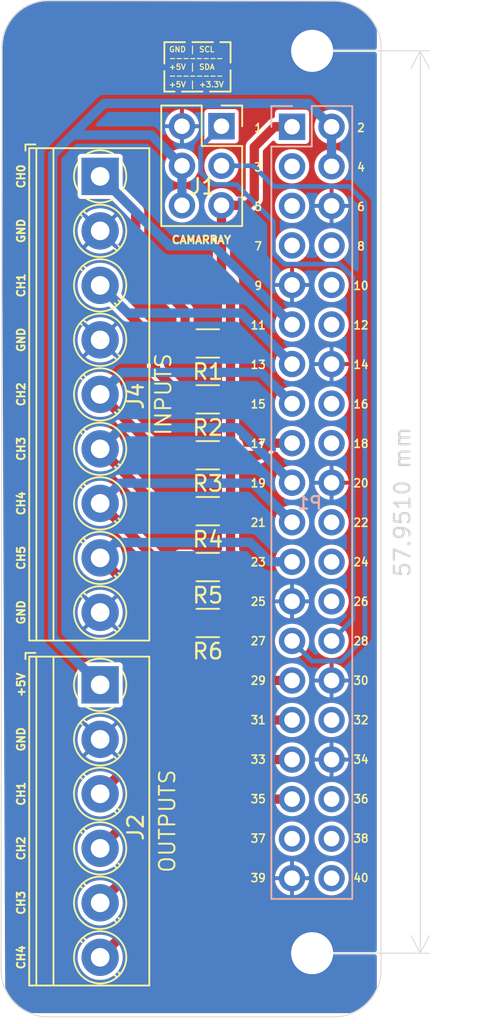
<source format=kicad_pcb>
(kicad_pcb (version 20221018) (generator pcbnew)
  (title_block (title "HAT JETSON NANO CAMERA CLASSIFIER") (date "2023-07-26") (rev "Manuel Henao") (company "CONSTRUPLAST"))
  (layers (0 "F.Cu" signal) (31 "B.Cu" signal) (34 "B.Paste" user) (35 "F.Paste" user) (36 "B.SilkS" user "B.Silkscreen") (37 "F.SilkS" user "F.Silkscreen") (38 "B.Mask" user) (39 "F.Mask" user) (44 "Edge.Cuts" user))
  (net 0 "")
  (net 1 "GND")
  (net 2 "/GPIO2{slash}SDA1")
  (net 3 "/GPIO3{slash}SCL1")
  (net 4 "+3.3V")
  (net 5 "/GPIO14{slash}TXD0")
  (net 6 "/GPIO15{slash}RXD0")
  (net 7 "SDA(CAMARRAY)")
  (net 8 "/GPIO18{slash}PCM.CLK")
  (net 9 "SCL(CAMARRAY)")
  (net 10 "GPIO6(GOOD)")
  (net 11 "/GPIO23")
  (net 12 "/GPIO24")
  (net 13 "GPIO7(WARNING)")
  (net 14 "GPIO8(FAILURE)")
  (net 15 "/GPIO25")
  (net 16 "/GPIO8{slash}SPI0.CE0")
  (net 17 "/GPIO7{slash}SPI0.CE1")
  (net 18 "GPIO9(EMPTY)")
  (net 19 "/GPIO12{slash}PWM0")
  (net 20 "/GPIO16")
  (net 21 "/GPIO26")
  (net 22 "/GPIO20{slash}PCM.DIN")
  (net 23 "/GPIO21{slash}PCM.DOUT")
  (net 24 "+5V")
  (net 25 "BTN0.1")
  (net 26 "BTN1.1")
  (net 27 "BTN2.1")
  (net 28 "BTN3.1")
  (net 29 "BTN4.1")
  (net 30 "BTN5.1")
  (net 31 "/GPIO4{slash}GPCLK0")
  (footprint "MountingHole:MountingHole_2.7mm_M2.5" (layer "F.Cu") (at 124.875 38.024)
    (fp_text reference "MK1" hide)
    (fp_text value "M2.5")
    (pad "" np_thru_hole circle (at 0 0) (size 2.7 2.7) (drill 2.7) (layers "*.Cu" "*.Mask"))
  )
  (footprint "MountingHole:MountingHole_2.7mm_M2.5" (layer "F.Cu") (at 124.875 95.975)
    (fp_text reference "MK2" hide)
    (fp_text value "M2.5")
    (pad "" np_thru_hole circle (at 0 0) (size 2.7 2.7) (drill 2.7) (layers "*.Cu" "*.Mask"))
  )
  (footprint "Resistor_SMD:R_1206_3216Metric" (layer "F.Cu") (at 118.1715 71.17738 180)
    (fp_text reference "R5" (at 0 -1.82) (layer "F.SilkS"))
    (fp_text value "1K ~ 10K")
    (fp_line (start -0.727064 -0.91) (end 0.727064 -0.91) (stroke (width 0.12)) (layer "F.SilkS"))
    (fp_line (start -0.727064 0.91) (end 0.727064 0.91) (stroke (width 0.12)) (layer "F.SilkS"))
    (pad "1" smd roundrect (at -1.4625 0 180) (size 1.125 1.75) (layers "F.Cu" "F.Paste" "F.Mask") (roundrect_rratio 0.222222) (net 4 "+3.3V"))
    (pad "2" smd roundrect (at 1.4625 0 180) (size 1.125 1.75) (layers "F.Cu" "F.Paste" "F.Mask") (roundrect_rratio 0.222222) (net 29 "BTN4.1"))
  )
  (footprint "TerminalBlock_Phoenix:TerminalBlock_Phoenix_PT-1,5-9-3.5-H_1x09_P3.50mm_Horizontal" (layer "F.Cu") (at 111.252 46.086 -90)
    (fp_text reference "J4" (at 14.112 -2.286 -90) (layer "F.SilkS"))
    (fp_text value "INPUTS")
    (fp_line (start -2.05 4.16) (end -2.05 4.8) (stroke (width 0.12)) (layer "F.SilkS"))
    (fp_line (start -2.05 4.8) (end -1.65 4.8) (stroke (width 0.12)) (layer "F.SilkS"))
    (fp_line (start -1.81 -3.16) (end -1.81 4.56) (stroke (width 0.12)) (layer "F.SilkS"))
    (fp_line (start -1.81 -3.16) (end 29.81 -3.16) (stroke (width 0.12)) (layer "F.SilkS"))
    (fp_line (start -1.81 3) (end 29.81 3) (stroke (width 0.12)) (layer "F.SilkS"))
    (fp_line (start -1.81 4.1) (end 29.81 4.1) (stroke (width 0.12)) (layer "F.SilkS"))
    (fp_line (start -1.81 4.56) (end 29.81 4.56) (stroke (width 0.12)) (layer "F.SilkS"))
    (fp_line (start 2.355 0.941) (end 2.226 1.069) (stroke (width 0.12)) (layer "F.SilkS"))
    (fp_line (start 2.525 1.181) (end 2.431 1.274) (stroke (width 0.12)) (layer "F.SilkS"))
    (fp_line (start 4.57 -1.275) (end 4.476 -1.181) (stroke (width 0.12)) (layer "F.SilkS"))
    (fp_line (start 4.775 -1.069) (end 4.646 -0.941) (stroke (width 0.12)) (layer "F.SilkS"))
    (fp_line (start 5.855 0.941) (end 5.726 1.069) (stroke (width 0.12)) (layer "F.SilkS"))
    (fp_line (start 6.025 1.181) (end 5.931 1.274) (stroke (width 0.12)) (layer "F.SilkS"))
    (fp_line (start 8.07 -1.275) (end 7.976 -1.181) (stroke (width 0.12)) (layer "F.SilkS"))
    (fp_line (start 8.275 -1.069) (end 8.146 -0.941) (stroke (width 0.12)) (layer "F.SilkS"))
    (fp_line (start 9.355 0.941) (end 9.226 1.069) (stroke (width 0.12)) (layer "F.SilkS"))
    (fp_line (start 9.525 1.181) (end 9.431 1.274) (stroke (width 0.12)) (layer "F.SilkS"))
    (fp_line (start 11.57 -1.275) (end 11.476 -1.181) (stroke (width 0.12)) (layer "F.SilkS"))
    (fp_line (start 11.775 -1.069) (end 11.646 -0.941) (stroke (width 0.12)) (layer "F.SilkS"))
    (fp_line (start 12.855 0.941) (end 12.726 1.069) (stroke (width 0.12)) (layer "F.SilkS"))
    (fp_line (start 13.025 1.181) (end 12.931 1.274) (stroke (width 0.12)) (layer "F.SilkS"))
    (fp_line (start 15.07 -1.275) (end 14.976 -1.181) (stroke (width 0.12)) (layer "F.SilkS"))
    (fp_line (start 15.275 -1.069) (end 15.146 -0.941) (stroke (width 0.12)) (layer "F.SilkS"))
    (fp_line (start 16.355 0.941) (end 16.226 1.069) (stroke (width 0.12)) (layer "F.SilkS"))
    (fp_line (start 16.525 1.181) (end 16.431 1.274) (stroke (width 0.12)) (layer "F.SilkS"))
    (fp_line (start 18.57 -1.275) (end 18.476 -1.181) (stroke (width 0.12)) (layer "F.SilkS"))
    (fp_line (start 18.775 -1.069) (end 18.646 -0.941) (stroke (width 0.12)) (layer "F.SilkS"))
    (fp_line (start 19.855 0.941) (end 19.726 1.069) (stroke (width 0.12)) (layer "F.SilkS"))
    (fp_line (start 20.025 1.181) (end 19.931 1.274) (stroke (width 0.12)) (layer "F.SilkS"))
    (fp_line (start 22.07 -1.275) (end 21.976 -1.181) (stroke (width 0.12)) (layer "F.SilkS"))
    (fp_line (start 22.275 -1.069) (end 22.146 -0.941) (stroke (width 0.12)) (layer "F.SilkS"))
    (fp_line (start 23.355 0.941) (end 23.226 1.069) (stroke (width 0.12)) (layer "F.SilkS"))
    (fp_line (start 23.525 1.181) (end 23.431 1.274) (stroke (width 0.12)) (layer "F.SilkS"))
    (fp_line (start 25.57 -1.275) (end 25.476 -1.181) (stroke (width 0.12)) (layer "F.SilkS"))
    (fp_line (start 25.775 -1.069) (end 25.646 -0.941) (stroke (width 0.12)) (layer "F.SilkS"))
    (fp_line (start 26.855 0.941) (end 26.726 1.069) (stroke (width 0.12)) (layer "F.SilkS"))
    (fp_line (start 27.025 1.181) (end 26.931 1.274) (stroke (width 0.12)) (layer "F.SilkS"))
    (fp_line (start 29.07 -1.275) (end 28.976 -1.181) (stroke (width 0.12)) (layer "F.SilkS"))
    (fp_line (start 29.275 -1.069) (end 29.146 -0.941) (stroke (width 0.12)) (layer "F.SilkS"))
    (fp_line (start 29.81 -3.16) (end 29.81 4.56) (stroke (width 0.12)) (layer "F.SilkS"))
    (fp_arc (start -1.425358 0.889894) (mid -1.680286 0.014012) (end -1.44 -0.866) (stroke (width 0.12)) (layer "F.SilkS"))
    (fp_arc (start -0.889894 -1.425358) (mid -0.014012 -1.680286) (end 0.866 -1.44) (stroke (width 0.12)) (layer "F.SilkS"))
    (fp_arc (start 0.028674 1.680099) (mid -0.435535 1.622918) (end -0.866 1.44) (stroke (width 0.12)) (layer "F.SilkS"))
    (fp_arc (start 0.890264 1.424721) (mid 0.463071 1.61492) (end 0 1.68) (stroke (width 0.12)) (layer "F.SilkS"))
    (fp_arc (start 1.425504 -0.890193) (mid 1.680626 0.000476) (end 1.425 0.891) (stroke (width 0.12)) (layer "F.SilkS"))
    (fp_circle (center 3.5 0) (end 5.18 0) (stroke (width 0.12)) (fill none) (layer "F.SilkS"))
    (fp_circle (center 7 0) (end 8.68 0) (stroke (width 0.12)) (fill none) (layer "F.SilkS"))
    (fp_circle (center 10.5 0) (end 12.18 0) (stroke (width 0.12)) (fill none) (layer "F.SilkS"))
    (fp_circle (center 14 0) (end 15.68 0) (stroke (width 0.12)) (fill none) (layer "F.SilkS"))
    (fp_circle (center 17.5 0) (end 19.18 0) (stroke (width 0.12)) (fill none) (layer "F.SilkS"))
    (fp_circle (center 21 0) (end 22.68 0) (stroke (width 0.12)) (fill none) (layer "F.SilkS"))
    (fp_circle (center 24.5 0) (end 26.18 0) (stroke (width 0.12)) (fill none) (layer "F.SilkS"))
    (fp_circle (center 28 0) (end 29.68 0) (stroke (width 0.12)) (fill none) (layer "F.SilkS"))
    (pad "1" thru_hole rect (at 0 0 270) (size 2.4 2.4) (drill 1.2) (layers "*.Cu" "*.Mask") (net 25 "BTN0.1"))
    (pad "2" thru_hole circle (at 3.5 0 270) (size 2.4 2.4) (drill 1.2) (layers "*.Cu" "*.Mask") (net 1 "GND"))
    (pad "3" thru_hole circle (at 7 0 270) (size 2.4 2.4) (drill 1.2) (layers "*.Cu" "*.Mask") (net 26 "BTN1.1"))
    (pad "4" thru_hole circle (at 10.5 0 270) (size 2.4 2.4) (drill 1.2) (layers "*.Cu" "*.Mask") (net 1 "GND"))
    (pad "5" thru_hole circle (at 14 0 270) (size 2.4 2.4) (drill 1.2) (layers "*.Cu" "*.Mask") (net 27 "BTN2.1"))
    (pad "6" thru_hole circle (at 17.5 0 270) (size 2.4 2.4) (drill 1.2) (layers "*.Cu" "*.Mask") (net 28 "BTN3.1"))
    (pad "7" thru_hole circle (at 21 0 270) (size 2.4 2.4) (drill 1.2) (layers "*.Cu" "*.Mask") (net 29 "BTN4.1"))
    (pad "8" thru_hole circle (at 24.5 0 270) (size 2.4 2.4) (drill 1.2) (layers "*.Cu" "*.Mask") (net 30 "BTN5.1"))
    (pad "9" thru_hole circle (at 28 0 270) (size 2.4 2.4) (drill 1.2) (layers "*.Cu" "*.Mask") (net 1 "GND"))
  )
  (footprint "Resistor_SMD:R_1206_3216Metric" (layer "F.Cu") (at 118.1715 74.768 180)
    (fp_text reference "R6" (at 0 -1.82) (layer "F.SilkS"))
    (fp_text value "1K ~ 10K")
    (fp_line (start -0.727064 -0.91) (end 0.727064 -0.91) (stroke (width 0.12)) (layer "F.SilkS"))
    (fp_line (start -0.727064 0.91) (end 0.727064 0.91) (stroke (width 0.12)) (layer "F.SilkS"))
    (pad "1" smd roundrect (at -1.4625 0 180) (size 1.125 1.75) (layers "F.Cu" "F.Paste" "F.Mask") (roundrect_rratio 0.222222) (net 4 "+3.3V"))
    (pad "2" smd roundrect (at 1.4625 0 180) (size 1.125 1.75) (layers "F.Cu" "F.Paste" "F.Mask") (roundrect_rratio 0.222222) (net 30 "BTN5.1"))
  )
  (footprint "Resistor_SMD:R_1206_3216Metric" (layer "F.Cu") (at 118.1715 56.8149 180)
    (fp_text reference "R1" (at 0 -1.82) (layer "F.SilkS"))
    (fp_text value "1K ~ 10K")
    (fp_line (start -0.727064 -0.91) (end 0.727064 -0.91) (stroke (width 0.12)) (layer "F.SilkS"))
    (fp_line (start -0.727064 0.91) (end 0.727064 0.91) (stroke (width 0.12)) (layer "F.SilkS"))
    (pad "1" smd roundrect (at -1.4625 0 180) (size 1.125 1.75) (layers "F.Cu" "F.Paste" "F.Mask") (roundrect_rratio 0.222222) (net 4 "+3.3V"))
    (pad "2" smd roundrect (at 1.4625 0 180) (size 1.125 1.75) (layers "F.Cu" "F.Paste" "F.Mask") (roundrect_rratio 0.222222) (net 25 "BTN0.1"))
  )
  (footprint "TerminalBlock_Phoenix:TerminalBlock_Phoenix_PT-1,5-6-3.5-H_1x06_P3.50mm_Horizontal" (layer "F.Cu") (at 111.252 78.74 -90)
    (fp_text reference "J2" (at 9.144 -2.286 -90) (layer "F.SilkS"))
    (fp_text value "OUTPUTS")
    (fp_line (start -2.05 4.16) (end -2.05 4.8) (stroke (width 0.12)) (layer "F.SilkS"))
    (fp_line (start -2.05 4.8) (end -1.65 4.8) (stroke (width 0.12)) (layer "F.SilkS"))
    (fp_line (start -1.81 -3.16) (end -1.81 4.56) (stroke (width 0.12)) (layer "F.SilkS"))
    (fp_line (start -1.81 -3.16) (end 19.311 -3.16) (stroke (width 0.12)) (layer "F.SilkS"))
    (fp_line (start -1.81 3) (end 19.311 3) (stroke (width 0.12)) (layer "F.SilkS"))
    (fp_line (start -1.81 4.1) (end 19.311 4.1) (stroke (width 0.12)) (layer "F.SilkS"))
    (fp_line (start -1.81 4.56) (end 19.311 4.56) (stroke (width 0.12)) (layer "F.SilkS"))
    (fp_line (start 2.355 0.941) (end 2.226 1.069) (stroke (width 0.12)) (layer "F.SilkS"))
    (fp_line (start 2.525 1.181) (end 2.431 1.274) (stroke (width 0.12)) (layer "F.SilkS"))
    (fp_line (start 4.57 -1.275) (end 4.476 -1.181) (stroke (width 0.12)) (layer "F.SilkS"))
    (fp_line (start 4.775 -1.069) (end 4.646 -0.941) (stroke (width 0.12)) (layer "F.SilkS"))
    (fp_line (start 5.855 0.941) (end 5.726 1.069) (stroke (width 0.12)) (layer "F.SilkS"))
    (fp_line (start 6.025 1.181) (end 5.931 1.274) (stroke (width 0.12)) (layer "F.SilkS"))
    (fp_line (start 8.07 -1.275) (end 7.976 -1.181) (stroke (width 0.12)) (layer "F.SilkS"))
    (fp_line (start 8.275 -1.069) (end 8.146 -0.941) (stroke (width 0.12)) (layer "F.SilkS"))
    (fp_line (start 9.355 0.941) (end 9.226 1.069) (stroke (width 0.12)) (layer "F.SilkS"))
    (fp_line (start 9.525 1.181) (end 9.431 1.274) (stroke (width 0.12)) (layer "F.SilkS"))
    (fp_line (start 11.57 -1.275) (end 11.476 -1.181) (stroke (width 0.12)) (layer "F.SilkS"))
    (fp_line (start 11.775 -1.069) (end 11.646 -0.941) (stroke (width 0.12)) (layer "F.SilkS"))
    (fp_line (start 12.855 0.941) (end 12.726 1.069) (stroke (width 0.12)) (layer "F.SilkS"))
    (fp_line (start 13.025 1.181) (end 12.931 1.274) (stroke (width 0.12)) (layer "F.SilkS"))
    (fp_line (start 15.07 -1.275) (end 14.976 -1.181) (stroke (width 0.12)) (layer "F.SilkS"))
    (fp_line (start 15.275 -1.069) (end 15.146 -0.941) (stroke (width 0.12)) (layer "F.SilkS"))
    (fp_line (start 16.355 0.941) (end 16.226 1.069) (stroke (width 0.12)) (layer "F.SilkS"))
    (fp_line (start 16.525 1.181) (end 16.431 1.274) (stroke (width 0.12)) (layer "F.SilkS"))
    (fp_line (start 18.57 -1.275) (end 18.476 -1.181) (stroke (width 0.12)) (layer "F.SilkS"))
    (fp_line (start 18.775 -1.069) (end 18.646 -0.941) (stroke (width 0.12)) (layer "F.SilkS"))
    (fp_line (start 19.311 -3.16) (end 19.311 4.56) (stroke (width 0.12)) (layer "F.SilkS"))
    (fp_arc (start -1.425358 0.889894) (mid -1.680286 0.014012) (end -1.44 -0.866) (stroke (width 0.12)) (layer "F.SilkS"))
    (fp_arc (start -0.889894 -1.425358) (mid -0.014012 -1.680286) (end 0.866 -1.44) (stroke (width 0.12)) (layer "F.SilkS"))
    (fp_arc (start 0.028674 1.680099) (mid -0.435535 1.622918) (end -0.866 1.44) (stroke (width 0.12)) (layer "F.SilkS"))
    (fp_arc (start 0.890264 1.424721) (mid 0.463071 1.61492) (end 0 1.68) (stroke (width 0.12)) (layer "F.SilkS"))
    (fp_arc (start 1.425504 -0.890193) (mid 1.680626 0.000476) (end 1.425 0.891) (stroke (width 0.12)) (layer "F.SilkS"))
    (fp_circle (center 3.5 0) (end 5.18 0) (stroke (width 0.12)) (fill none) (layer "F.SilkS"))
    (fp_circle (center 7 0) (end 8.68 0) (stroke (width 0.12)) (fill none) (layer "F.SilkS"))
    (fp_circle (center 10.5 0) (end 12.18 0) (stroke (width 0.12)) (fill none) (layer "F.SilkS"))
    (fp_circle (center 14 0) (end 15.68 0) (stroke (width 0.12)) (fill none) (layer "F.SilkS"))
    (fp_circle (center 17.5 0) (end 19.18 0) (stroke (width 0.12)) (fill none) (layer "F.SilkS"))
    (pad "1" thru_hole rect (at 0 0 270) (size 2.4 2.4) (drill 1.2) (layers "*.Cu" "*.Mask") (net 24 "+5V"))
    (pad "2" thru_hole circle (at 3.5 0 270) (size 2.4 2.4) (drill 1.2) (layers "*.Cu" "*.Mask") (net 1 "GND"))
    (pad "3" thru_hole circle (at 7 0 270) (size 2.4 2.4) (drill 1.2) (layers "*.Cu" "*.Mask") (net 10 "GPIO6(GOOD)"))
    (pad "4" thru_hole circle (at 10.5 0 270) (size 2.4 2.4) (drill 1.2) (layers "*.Cu" "*.Mask") (net 13 "GPIO7(WARNING)"))
    (pad "5" thru_hole circle (at 14 0 270) (size 2.4 2.4) (drill 1.2) (layers "*.Cu" "*.Mask") (net 14 "GPIO8(FAILURE)"))
    (pad "6" thru_hole circle (at 17.5 0 270) (size 2.4 2.4) (drill 1.2) (layers "*.Cu" "*.Mask") (net 18 "GPIO9(EMPTY)"))
  )
  (footprint "Connector_PinSocket_2.54mm:PinSocket_2x03_P2.54mm_Vertical" (layer "F.Cu") (at 119.05 42.865)
    (fp_text reference "J1" (at -1.194 3.871) (layer "F.SilkS"))
    (fp_text value "CAMARRAY")
    (fp_line (start -3.87 -1.33) (end -3.87 6.41) (stroke (width 0.12)) (layer "F.SilkS"))
    (fp_line (start -3.87 -1.33) (end -1.27 -1.33) (stroke (width 0.12)) (layer "F.SilkS"))
    (fp_line (start -3.87 6.41) (end 1.33 6.41) (stroke (width 0.12)) (layer "F.SilkS"))
    (fp_line (start -1.27 -1.33) (end -1.27 1.27) (stroke (width 0.12)) (layer "F.SilkS"))
    (fp_line (start -1.27 1.27) (end 1.33 1.27) (stroke (width 0.12)) (layer "F.SilkS"))
    (fp_line (start 0 -1.33) (end 1.33 -1.33) (stroke (width 0.12)) (layer "F.SilkS"))
    (fp_line (start 1.33 -1.33) (end 1.33 0) (stroke (width 0.12)) (layer "F.SilkS"))
    (fp_line (start 1.33 1.27) (end 1.33 6.41) (stroke (width 0.12)) (layer "F.SilkS"))
    (pad "1" thru_hole rect (at 0 0) (size 1.7 1.7) (drill 1) (layers "*.Cu" "*.Mask") (net 9 "SCL(CAMARRAY)"))
    (pad "2" thru_hole oval (at -2.54 0) (size 1.7 1.7) (drill 1) (layers "*.Cu" "*.Mask") (net 1 "GND"))
    (pad "3" thru_hole oval (at 0 2.54) (size 1.7 1.7) (drill 1) (layers "*.Cu" "*.Mask") (net 7 "SDA(CAMARRAY)"))
    (pad "4" thru_hole oval (at -2.54 2.54) (size 1.7 1.7) (drill 1) (layers "*.Cu" "*.Mask") (net 24 "+5V"))
    (pad "5" thru_hole oval (at 0 5.08) (size 1.7 1.7) (drill 1) (layers "*.Cu" "*.Mask") (net 4 "+3.3V"))
    (pad "6" thru_hole oval (at -2.54 5.08) (size 1.7 1.7) (drill 1) (layers "*.Cu" "*.Mask") (net 24 "+5V"))
  )
  (footprint "Resistor_SMD:R_1206_3216Metric" (layer "F.Cu") (at 118.1715 67.58676 180)
    (fp_text reference "R4" (at 0 -1.82) (layer "F.SilkS"))
    (fp_text value "1K ~ 10K")
    (fp_line (start -0.727064 -0.91) (end 0.727064 -0.91) (stroke (width 0.12)) (layer "F.SilkS"))
    (fp_line (start -0.727064 0.91) (end 0.727064 0.91) (stroke (width 0.12)) (layer "F.SilkS"))
    (pad "1" smd roundrect (at -1.4625 0 180) (size 1.125 1.75) (layers "F.Cu" "F.Paste" "F.Mask") (roundrect_rratio 0.222222) (net 4 "+3.3V"))
    (pad "2" smd roundrect (at 1.4625 0 180) (size 1.125 1.75) (layers "F.Cu" "F.Paste" "F.Mask") (roundrect_rratio 0.222222) (net 28 "BTN3.1"))
  )
  (footprint "Resistor_SMD:R_1206_3216Metric" (layer "F.Cu") (at 118.1715 63.99614 180)
    (fp_text reference "R3" (at 0 -1.82) (layer "F.SilkS"))
    (fp_text value "1K ~ 10K")
    (fp_line (start -0.727064 -0.91) (end 0.727064 -0.91) (stroke (width 0.12)) (layer "F.SilkS"))
    (fp_line (start -0.727064 0.91) (end 0.727064 0.91) (stroke (width 0.12)) (layer "F.SilkS"))
    (pad "1" smd roundrect (at -1.4625 0 180) (size 1.125 1.75) (layers "F.Cu" "F.Paste" "F.Mask") (roundrect_rratio 0.222222) (net 4 "+3.3V"))
    (pad "2" smd roundrect (at 1.4625 0 180) (size 1.125 1.75) (layers "F.Cu" "F.Paste" "F.Mask") (roundrect_rratio 0.222222) (net 27 "BTN2.1"))
  )
  (footprint "Resistor_SMD:R_1206_3216Metric" (layer "F.Cu") (at 118.1715 60.40552 180)
    (fp_text reference "R2" (at 0 -1.82) (layer "F.SilkS"))
    (fp_text value "1K ~ 10K")
    (fp_line (start -0.727064 -0.91) (end 0.727064 -0.91) (stroke (width 0.12)) (layer "F.SilkS"))
    (fp_line (start -0.727064 0.91) (end 0.727064 0.91) (stroke (width 0.12)) (layer "F.SilkS"))
    (pad "1" smd roundrect (at -1.4625 0 180) (size 1.125 1.75) (layers "F.Cu" "F.Paste" "F.Mask") (roundrect_rratio 0.222222) (net 4 "+3.3V"))
    (pad "2" smd roundrect (at 1.4625 0 180) (size 1.125 1.75) (layers "F.Cu" "F.Paste" "F.Mask") (roundrect_rratio 0.222222) (net 26 "BTN1.1"))
  )
  (footprint "Connector_PinSocket_2.54mm:PinSocket_2x20_P2.54mm_Vertical" (layer "B.Cu") (at 123.585 42.8995 180)
    (fp_text reference "P1" (at -1.129 -24.1565) (layer "B.SilkS") (effects (font (size 0.8 0.8)) (justify mirror)))
    (fp_text value "40 GPIO PINOUT")
    (fp_line (start -3.87 -49.59) (end 1.33 -49.59) (stroke (width 0.12)) (layer "B.SilkS"))
    (fp_line (start -3.87 1.33) (end -3.87 -49.59) (stroke (width 0.12)) (layer "B.SilkS"))
    (fp_line (start -3.87 1.33) (end -1.27 1.33) (stroke (width 0.12)) (layer "B.SilkS"))
    (fp_line (start -1.27 -1.27) (end 1.33 -1.27) (stroke (width 0.12)) (layer "B.SilkS"))
    (fp_line (start -1.27 1.33) (end -1.27 -1.27) (stroke (width 0.12)) (layer "B.SilkS"))
    (fp_line (start 0 1.33) (end 1.33 1.33) (stroke (width 0.12)) (layer "B.SilkS"))
    (fp_line (start 1.33 -1.27) (end 1.33 -49.59) (stroke (width 0.12)) (layer "B.SilkS"))
    (fp_line (start 1.33 1.33) (end 1.33 0) (stroke (width 0.12)) (layer "B.SilkS"))
    (pad "1" thru_hole rect (at 0 0 180) (size 1.7 1.7) (drill 1) (layers "*.Cu" "*.Mask") (net 4 "+3.3V"))
    (pad "2" thru_hole oval (at -2.54 0 180) (size 1.7 1.7) (drill 1) (layers "*.Cu" "*.Mask") (net 24 "+5V"))
    (pad "3" thru_hole oval (at 0 -2.54 180) (size 1.7 1.7) (drill 1) (layers "*.Cu" "*.Mask") (net 2 "/GPIO2{slash}SDA1"))
    (pad "4" thru_hole oval (at -2.54 -2.54 180) (size 1.7 1.7) (drill 1) (layers "*.Cu" "*.Mask") (net 24 "+5V"))
    (pad "5" thru_hole oval (at 0 -5.08 180) (size 1.7 1.7) (drill 1) (layers "*.Cu" "*.Mask") (net 3 "/GPIO3{slash}SCL1"))
    (pad "6" thru_hole oval (at -2.54 -5.08 180) (size 1.7 1.7) (drill 1) (layers "*.Cu" "*.Mask") (net 1 "GND"))
    (pad "7" thru_hole oval (at 0 -7.62 180) (size 1.7 1.7) (drill 1) (layers "*.Cu" "*.Mask") (net 31 "/GPIO4{slash}GPCLK0"))
    (pad "8" thru_hole oval (at -2.54 -7.62 180) (size 1.7 1.7) (drill 1) (layers "*.Cu" "*.Mask") (net 5 "/GPIO14{slash}TXD0"))
    (pad "9" thru_hole oval (at 0 -10.16 180) (size 1.7 1.7) (drill 1) (layers "*.Cu" "*.Mask") (net 1 "GND"))
    (pad "10" thru_hole oval (at -2.54 -10.16 180) (size 1.7 1.7) (drill 1) (layers "*.Cu" "*.Mask") (net 6 "/GPIO15{slash}RXD0"))
    (pad "11" thru_hole oval (at 0 -12.7 180) (size 1.7 1.7) (drill 1) (layers "*.Cu" "*.Mask") (net 25 "BTN0.1"))
    (pad "12" thru_hole oval (at -2.54 -12.7 180) (size 1.7 1.7) (drill 1) (layers "*.Cu" "*.Mask") (net 8 "/GPIO18{slash}PCM.CLK"))
    (pad "13" thru_hole oval (at 0 -15.24 180) (size 1.7 1.7) (drill 1) (layers "*.Cu" "*.Mask") (net 26 "BTN1.1"))
    (pad "14" thru_hole oval (at -2.54 -15.24 180) (size 1.7 1.7) (drill 1) (layers "*.Cu" "*.Mask") (net 1 "GND"))
    (pad "15" thru_hole oval (at 0 -17.78 180) (size 1.7 1.7) (drill 1) (layers "*.Cu" "*.Mask") (net 27 "BTN2.1"))
    (pad "16" thru_hole oval (at -2.54 -17.78 180) (size 1.7 1.7) (drill 1) (layers "*.Cu" "*.Mask") (net 11 "/GPIO23"))
    (pad "17" thru_hole oval (at 0 -20.32 180) (size 1.7 1.7) (drill 1) (layers "*.Cu" "*.Mask") (net 4 "+3.3V"))
    (pad "18" thru_hole oval (at -2.54 -20.32 180) (size 1.7 1.7) (drill 1) (layers "*.Cu" "*.Mask") (net 12 "/GPIO24"))
    (pad "19" thru_hole oval (at 0 -22.86 180) (size 1.7 1.7) (drill 1) (layers "*.Cu" "*.Mask") (net 28 "BTN3.1"))
    (pad "20" thru_hole oval (at -2.54 -22.86 180) (size 1.7 1.7) (drill 1) (layers "*.Cu" "*.Mask") (net 1 "GND"))
    (pad "21" thru_hole oval (at 0 -25.4 180) (size 1.7 1.7) (drill 1) (layers "*.Cu" "*.Mask") (net 29 "BTN4.1"))
    (pad "22" thru_hole oval (at -2.54 -25.4 180) (size 1.7 1.7) (drill 1) (layers "*.Cu" "*.Mask") (net 15 "/GPIO25"))
    (pad "23" thru_hole oval (at 0 -27.94 180) (size 1.7 1.7) (drill 1) (layers "*.Cu" "*.Mask") (net 30 "BTN5.1"))
    (pad "24" thru_hole oval (at -2.54 -27.94 180) (size 1.7 1.7) (drill 1) (layers "*.Cu" "*.Mask") (net 16 "/GPIO8{slash}SPI0.CE0"))
    (pad "25" thru_hole oval (at 0 -30.48 180) (size 1.7 1.7) (drill 1) (layers "*.Cu" "*.Mask") (net 1 "GND"))
    (pad "26" thru_hole oval (at -2.54 -30.48 180) (size 1.7 1.7) (drill 1) (layers "*.Cu" "*.Mask") (net 17 "/GPIO7{slash}SPI0.CE1"))
    (pad "27" thru_hole oval (at 0 -33.02 180) (size 1.7 1.7) (drill 1) (layers "*.Cu" "*.Mask") (net 7 "SDA(CAMARRAY)"))
    (pad "28" thru_hole oval (at -2.54 -33.02 180) (size 1.7 1.7) (drill 1) (layers "*.Cu" "*.Mask") (net 9 "SCL(CAMARRAY)"))
    (pad "29" thru_hole oval (at 0 -35.56 180) (size 1.7 1.7) (drill 1) (layers "*.Cu" "*.Mask") (net 10 "GPIO6(GOOD)"))
    (pad "30" thru_hole oval (at -2.54 -35.56 180) (size 1.7 1.7) (drill 1) (layers "*.Cu" "*.Mask") (net 1 "GND"))
    (pad "31" thru_hole oval (at 0 -38.1 180) (size 1.7 1.7) (drill 1) (layers "*.Cu" "*.Mask") (net 13 "GPIO7(WARNING)"))
    (pad "32" thru_hole oval (at -2.54 -38.1 180) (size 1.7 1.7) (drill 1) (layers "*.Cu" "*.Mask") (net 19 "/GPIO12{slash}PWM0"))
    (pad "33" thru_hole oval (at 0 -40.64 180) (size 1.7 1.7) (drill 1) (layers "*.Cu" "*.Mask") (net 14 "GPIO8(FAILURE)"))
    (pad "34" thru_hole oval (at -2.54 -40.64 180) (size 1.7 1.7) (drill 1) (layers "*.Cu" "*.Mask") (net 1 "GND"))
    (pad "35" thru_hole oval (at 0 -43.18 180) (size 1.7 1.7) (drill 1) (layers "*.Cu" "*.Mask") (net 18 "GPIO9(EMPTY)"))
    (pad "36" thru_hole oval (at -2.54 -43.18 180) (size 1.7 1.7) (drill 1) (layers "*.Cu" "*.Mask") (net 20 "/GPIO16"))
    (pad "37" thru_hole oval (at 0 -45.72 180) (size 1.7 1.7) (drill 1) (layers "*.Cu" "*.Mask") (net 21 "/GPIO26"))
    (pad "38" thru_hole oval (at -2.54 -45.72 180) (size 1.7 1.7) (drill 1) (layers "*.Cu" "*.Mask") (net 22 "/GPIO20{slash}PCM.DIN"))
    (pad "39" thru_hole oval (at 0 -48.26 180) (size 1.7 1.7) (drill 1) (layers "*.Cu" "*.Mask") (net 1 "GND"))
    (pad "40" thru_hole oval (at -2.54 -48.26 180) (size 1.7 1.7) (drill 1) (layers "*.Cu" "*.Mask") (net 23 "/GPIO21{slash}PCM.DOUT"))
  )
  (gr_arc (start 107.88494 100.06486) (mid 105.7656 99.187) (end 104.88774 97.06766) (stroke (width 0.05)) (layer "Edge.Cuts"))
  (gr_arc (start 129.30026 97.06766) (mid 128.4224 99.187) (end 126.30306 100.06486) (stroke (width 0.05)) (layer "Edge.Cuts"))
  (gr_line (start 107.93574 34.78374) (end 126.30306 34.80914) (stroke (width 0.05)) (layer "Edge.Cuts"))
  (gr_line (start 129.30026 37.80634) (end 129.30026 97.06766) (stroke (width 0.05)) (layer "Edge.Cuts"))
  (gr_arc (start 126.30306 34.80914) (mid 128.4224 35.687) (end 129.30026 37.80634) (stroke (width 0.05)) (layer "Edge.Cuts"))
  (gr_line (start 126.30306 100.06486) (end 107.88494 100.06486) (stroke (width 0.05)) (layer "Edge.Cuts"))
  (gr_arc (start 104.93854 37.78094) (mid 105.8164 35.6616) (end 107.93574 34.78374) (stroke (width 0.05)) (layer "Edge.Cuts"))
  (gr_line (start 104.88774 97.06766) (end 104.93854 37.78094) (stroke (width 0.05)) (layer "Edge.Cuts"))
  (gr_text "+5V" (at 106.172 78.740001 90) (layer "F.SilkS") (effects (font (size 0.5 0.5) (thickness 0.125))))
  (gr_text "CH2" (at 106.172 89.24 90) (layer "F.SilkS") (effects (font (size 0.5 0.5) (thickness 0.125))))
  (gr_text "CH3" (at 106.172 63.586001 90) (layer "F.SilkS") (effects (font (size 0.5 0.5) (thickness 0.125))))
  (gr_text "CH3" (at 106.172 92.74 90) (layer "F.SilkS") (effects (font (size 0.5 0.5) (thickness 0.125))))
  (gr_text "CH2" (at 106.172 60.086 90) (layer "F.SilkS") (effects (font (size 0.5 0.5) (thickness 0.125))))
  (gr_text "CH4" (at 106.172 67.086 90) (layer "F.SilkS") (effects (font (size 0.5 0.5) (thickness 0.125))))
  (gr_text "GND" (at 106.172 82.24 90) (layer "F.SilkS") (effects (font (size 0.5 0.5) (thickness 0.125))))
  (gr_text "CH4" (at 106.172 96.24 90) (layer "F.SilkS") (effects (font (size 0.5 0.5) (thickness 0.125))))
  (gr_text "GND" (at 106.172 74.086 90) (layer "F.SilkS") (effects (font (size 0.5 0.5) (thickness 0.125))))
  (gr_text "CH0" (at 106.172 46.086001 90) (layer "F.SilkS") (effects (font (size 0.5 0.5) (thickness 0.125))))
  (gr_text "CH1" (at 106.172 85.74 90) (layer "F.SilkS") (effects (font (size 0.5 0.5) (thickness 0.125))))
  (gr_text "GND" (at 106.172 49.586 90) (layer "F.SilkS") (effects (font (size 0.5 0.5) (thickness 0.125))))
  (gr_text "GND" (at 106.172 56.586 90) (layer "F.SilkS") (effects (font (size 0.5 0.5) (thickness 0.125))))
  (gr_text "CH5" (at 106.172 70.586001 90) (layer "F.SilkS") (effects (font (size 0.5 0.5) (thickness 0.125))))
  (gr_text "INPUTS" (at 115.316 60.086 90) (layer "F.SilkS") (effects (font (size 1 1) (thickness 0.125))))
  (gr_text "OUTPUTS" (at 115.57 87.49 90) (layer "F.SilkS") (effects (font (size 1 1) (thickness 0.125))))
  (gr_text "1\n\n\n3\n\n\n5\n\n\n7\n\n\n9\n\n\n11\n\n\n13\n\n\n15\n\n\n17\n\n\n19\n\n\n21\n\n\n23\n\n\n25\n\n\n27\n\n\n29\n\n\n31\n\n\n33\n\n\n35\n\n\n37\n\n\n39\n" (at 121.412 67.056) (layer "F.SilkS") (effects (font (size 0.525 0.5) (thickness 0.1))))
  (gr_text "CAMARRAY" (at 117.76 50.165) (layer "F.SilkS") (effects (font (size 0.5 0.5) (thickness 0.125))))
  (gr_text "CH1" (at 106.172 53.086 90) (layer "F.SilkS") (effects (font (size 0.5 0.5) (thickness 0.125))))
  (gr_text "2\n\n\n4\n\n\n6\n\n\n8\n\n\n10\n\n\n12\n\n\n14\n\n\n16\n\n\n18\n\n\n20\n\n\n22\n\n\n24\n\n\n26\n\n\n28\n\n\n30\n\n\n32\n\n\n34\n\n\n36\n\n\n38\n\n\n40\n" (at 128.016 67.056) (layer "F.SilkS") (effects (font (size 0.525 0.5) (thickness 0.1))))
  (gr_text_box "GND | SCL\n--------\n+5V | SDA\n--------\n+5V | +3.3V\n" (start 115.37875 37.465) (end 119.63325 40.64) (layer "F.SilkS") (effects (font (size 0.35 0.35) (thickness 0.07) bold) (justify left top)) (stroke (width 0.12) (type dash)))
  (dimension (type aligned) (layer "Edge.Cuts") (pts (xy 124.875 95.975) (xy 124.875 38.024)) (height 6.951) (gr_text "57.9510 mm" (at 130.676 66.9995 90) (layer "Edge.Cuts") (effects (font (size 1 1) (thickness 0.15)))) (format (prefix "") (suffix "") (units 3) (units_format 1) (precision 4)) (style (thickness 0.05) (arrow_length 1.27) (text_position_mode 0) (extension_height 0.58642) (extension_offset 0.5) keep_text_aligned))
  (segment (start 123.585 73.3795) (end 123.9785 73.3795) (width 0.3) (layer "F.Cu") (net 1))
  (segment (start 119.634 52.832) (end 119.05 52.248) (width 0.6) (layer "F.Cu") (net 4))
  (segment (start 119.05 47.945) (end 120.711 47.945) (width 0.6) (layer "F.Cu") (net 4))
  (segment (start 121.412 64.008) (end 119.64586 64.008) (width 0.6) (layer "F.Cu") (net 4))
  (segment (start 119.634 74.768) (end 119.634 71.17738) (width 0.6) (layer "F.Cu") (net 4))
  (segment (start 120.711 47.945) (end 121.158 47.498) (width 0.6) (layer "F.Cu") (net 4))
  (segment (start 121.158 47.498) (end 121.158 44.196) (width 0.6) (layer "F.Cu") (net 4))
  (segment (start 121.158 44.196) (end 122.4545 42.8995) (width 0.6) (layer "F.Cu") (net 4))
  (segment (start 119.634 67.58676) (end 119.634 71.17738) (width 0.6) (layer "F.Cu") (net 4))
  (segment (start 119.05 52.248) (end 119.05 47.945) (width 0.6) (layer "F.Cu") (net 4))
  (segment (start 119.64586 64.008) (end 119.634 63.99614) (width 0.6) (layer "F.Cu") (net 4))
  (segment (start 122.2005 63.2195) (end 121.412 64.008) (width 0.6) (layer "F.Cu") (net 4))
  (segment (start 119.634 60.40552) (end 119.634 63.99614) (width 0.6) (layer "F.Cu") (net 4))
  (segment (start 119.634 56.8149) (end 119.634 52.832) (width 0.6) (layer "F.Cu") (net 4))
  (segment (start 122.4545 42.8995) (end 123.585 42.8995) (width 0.6) (layer "F.Cu") (net 4))
  (segment (start 119.634 63.99614) (end 119.634 67.58676) (width 0.6) (layer "F.Cu") (net 4))
  (segment (start 123.585 63.2195) (end 122.2005 63.2195) (width 0.6) (layer "F.Cu") (net 4))
  (segment (start 119.634 56.8149) (end 119.634 60.40552) (width 0.6) (layer "F.Cu") (net 4))
  (segment (start 127.254 46.736) (end 122.428 46.736) (width 0.3) (layer "B.Cu") (net 7))
  (segment (start 124.8715 77.216) (end 126.746 77.216) (width 0.3) (layer "B.Cu") (net 7))
  (segment (start 121.097 45.405) (end 119.05 45.405) (width 0.3) (layer "B.Cu") (net 7))
  (segment (start 126.746 77.216) (end 128.27 75.692) (width 0.3) (layer "B.Cu") (net 7))
  (segment (start 122.428 46.736) (end 121.097 45.405) (width 0.3) (layer "B.Cu") (net 7))
  (segment (start 123.575 75.9195) (end 124.8715 77.216) (width 0.3) (layer "B.Cu") (net 7))
  (segment (start 128.27 47.752) (end 127.254 46.736) (width 0.3) (layer "B.Cu") (net 7))
  (segment (start 128.27 75.692) (end 128.27 47.752) (width 0.3) (layer "B.Cu") (net 7))
  (segment (start 120.011 46.605) (end 118.487 46.605) (width 0.3) (layer "B.Cu") (net 9))
  (segment (start 126.6495 51.7195) (end 123.087943 51.7195) (width 0.3) (layer "B.Cu") (net 9))
  (segment (start 123.087943 51.7195) (end 122.385 51.016557) (width 0.3) (layer "B.Cu") (net 9))
  (segment (start 118.487 46.605) (end 117.71 45.828) (width 0.3) (layer "B.Cu") (net 9))
  (segment (start 117.71 45.828) (end 117.71 44.205) (width 0.3) (layer "B.Cu") (net 9))
  (segment (start 117.71 44.205) (end 119.05 42.865) (width 0.3) (layer "B.Cu") (net 9))
  (segment (start 127.508 52.578) (end 126.6495 51.7195) (width 0.3) (layer "B.Cu") (net 9))
  (segment (start 126.115 75.9195) (end 127.508 74.5265) (width 0.3) (layer "B.Cu") (net 9))
  (segment (start 122.385 51.016557) (end 122.385 48.979) (width 0.3) (layer "B.Cu") (net 9))
  (segment (start 127.508 74.5265) (end 127.508 52.578) (width 0.3) (layer "B.Cu") (net 9))
  (segment (start 122.385 48.979) (end 120.011 46.605) (width 0.3) (layer "B.Cu") (net 9))
  (segment (start 123.585 78.4595) (end 118.5325 78.4595) (width 0.6) (layer "F.Cu") (net 10))
  (segment (start 118.5325 78.4595) (end 111.252 85.74) (width 0.6) (layer "F.Cu") (net 10))
  (segment (start 119.4925 80.9995) (end 111.252 89.24) (width 0.6) (layer "F.Cu") (net 13))
  (segment (start 123.585 80.9995) (end 119.4925 80.9995) (width 0.6) (layer "F.Cu") (net 13))
  (segment (start 120.4525 83.5395) (end 111.252 92.74) (width 0.6) (layer "F.Cu") (net 14))
  (segment (start 123.585 83.5395) (end 120.4525 83.5395) (width 0.6) (layer "F.Cu") (net 14))
  (segment (start 121.4125 86.0795) (end 111.252 96.24) (width 0.6) (layer "F.Cu") (net 18))
  (segment (start 123.585 86.0795) (end 121.4125 86.0795) (width 0.6) (layer "F.Cu") (net 18))
  (segment (start 114.539 43.434) (end 109.474 43.434) (width 0.6) (layer "B.Cu") (net 24))
  (segment (start 116.51 45.405) (end 114.539 43.434) (width 0.6) (layer "B.Cu") (net 24))
  (segment (start 109.474 43.434) (end 108.204 44.704) (width 0.6) (layer "B.Cu") (net 24))
  (segment (start 126.125 45.4395) (end 126.125 42.8995) (width 0.6) (layer "B.Cu") (net 24))
  (segment (start 111.506 41.402) (end 109.474 43.434) (width 0.6) (layer "B.Cu") (net 24))
  (segment (start 124.6275 41.402) (end 111.506 41.402) (width 0.6) (layer "B.Cu") (net 24))
  (segment (start 108.204 75.692) (end 111.252 78.74) (width 0.6) (layer "B.Cu") (net 24))
  (segment (start 108.204 44.704) (end 108.204 75.692) (width 0.6) (layer "B.Cu") (net 24))
  (segment (start 126.125 42.8995) (end 124.6275 41.402) (width 0.6) (layer "B.Cu") (net 24))
  (segment (start 116.51 47.945) (end 116.51 45.405) (width 0.6) (layer "B.Cu") (net 24))
  (segment (start 116.709 56.8149) (end 116.709 54.733) (width 0.6) (layer "F.Cu") (net 25))
  (segment (start 116.709 54.733) (end 113.538 51.562) (width 0.6) (layer "F.Cu") (net 25))
  (segment (start 113.538 48.372) (end 111.252 46.086) (width 0.6) (layer "F.Cu") (net 25))
  (segment (start 113.538 51.562) (end 113.538 48.372) (width 0.6) (layer "F.Cu") (net 25))
  (segment (start 115.712 50.546) (end 111.252 46.086) (width 0.6) (layer "B.Cu") (net 25))
  (segment (start 118.5315 50.546) (end 115.712 50.546) (width 0.6) (layer "B.Cu") (net 25))
  (segment (start 123.585 55.5995) (end 118.5315 50.546) (width 0.6) (layer "B.Cu") (net 25))
  (segment (start 114.808 56.642) (end 111.252 53.086) (width 0.6) (layer "F.Cu") (net 26))
  (segment (start 114.808 58.50452) (end 114.808 56.642) (width 0.6) (layer "F.Cu") (net 26))
  (segment (start 116.709 60.40552) (end 114.808 58.50452) (width 0.6) (layer "F.Cu") (net 26))
  (segment (start 113.03 54.864) (end 111.252 53.086) (width 0.6) (layer "B.Cu") (net 26))
  (segment (start 120.3095 54.864) (end 113.03 54.864) (width 0.6) (layer "B.Cu") (net 26))
  (segment (start 123.585 58.1395) (end 120.3095 54.864) (width 0.6) (layer "B.Cu") (net 26))
  (segment (start 115.16214 63.99614) (end 116.709 63.99614) (width 0.6) (layer "F.Cu") (net 27))
  (segment (start 111.252 60.086) (end 115.16214 63.99614) (width 0.6) (layer "F.Cu") (net 27))
  (segment (start 112.664 58.674) (end 111.252 60.086) (width 0.6) (layer "B.Cu") (net 27))
  (segment (start 123.585 60.6795) (end 121.5795 58.674) (width 0.6) (layer "B.Cu") (net 27))
  (segment (start 121.5795 58.674) (end 112.664 58.674) (width 0.6) (layer "B.Cu") (net 27))
  (segment (start 115.25276 67.58676) (end 116.709 67.58676) (width 0.6) (layer "F.Cu") (net 28))
  (segment (start 111.252 63.586) (end 115.25276 67.58676) (width 0.6) (layer "F.Cu") (net 28))
  (segment (start 123.585 65.7595) (end 120.0555 62.23) (width 0.6) (layer "B.Cu") (net 28))
  (segment (start 112.608 62.23) (end 111.252 63.586) (width 0.6) (layer "B.Cu") (net 28))
  (segment (start 120.0555 62.23) (end 112.608 62.23) (width 0.6) (layer "B.Cu") (net 28))
  (segment (start 115.34338 71.17738) (end 116.709 71.17738) (width 0.6) (layer "F.Cu") (net 29))
  (segment (start 111.252 67.086) (end 115.34338 71.17738) (width 0.6) (layer "F.Cu") (net 29))
  (segment (start 112.552 65.786) (end 111.252 67.086) (width 0.6) (layer "B.Cu") (net 29))
  (segment (start 123.585 68.2995) (end 121.0715 65.786) (width 0.6) (layer "B.Cu") (net 29))
  (segment (start 121.0715 65.786) (end 112.552 65.786) (width 0.6) (layer "B.Cu") (net 29))
  (segment (start 111.252 70.586) (end 115.434 74.768) (width 0.6) (layer "F.Cu") (net 30))
  (segment (start 115.434 74.768) (end 116.709 74.768) (width 0.6) (layer "F.Cu") (net 30))
  (segment (start 122.1475 70.8395) (end 120.904 69.596) (width 0.6) (layer "B.Cu") (net 30))
  (segment (start 123.585 70.8395) (end 122.1475 70.8395) (width 0.6) (layer "B.Cu") (net 30))
  (segment (start 112.242 69.596) (end 111.252 70.586) (width 0.6) (layer "B.Cu") (net 30))
  (segment (start 120.904 69.596) (end 112.242 69.596) (width 0.6) (layer "B.Cu") (net 30))
  (zone (net 1) (net_name "GND") (layers "F&B.Cu") (connect_pads (clearance 0.25)) (min_thickness 0.25) (fill yes (thermal_gap 0.25) (thermal_bridge_width 0.25))
    (polygon (pts (xy 104.902 34.798) (xy 129.032 34.798) (xy 129.032 99.822) (xy 105.156 99.822)))
  )
)
</source>
